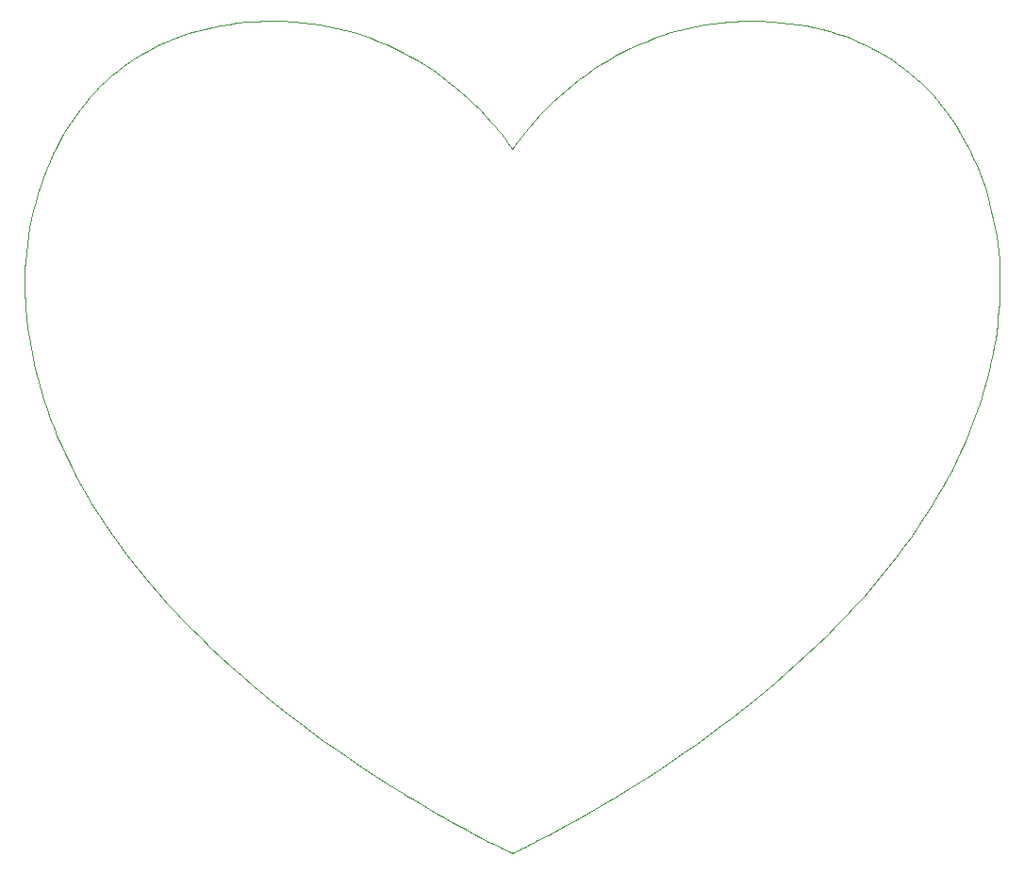
<source format=gm1>
%TF.GenerationSoftware,KiCad,Pcbnew,8.0.5*%
%TF.CreationDate,2024-09-25T11:06:08-04:00*%
%TF.ProjectId,HeartLEDTHT,48656172-744c-4454-9454-48542e6b6963,rev?*%
%TF.SameCoordinates,Original*%
%TF.FileFunction,Profile,NP*%
%FSLAX46Y46*%
G04 Gerber Fmt 4.6, Leading zero omitted, Abs format (unit mm)*
G04 Created by KiCad (PCBNEW 8.0.5) date 2024-09-25 11:06:08*
%MOMM*%
%LPD*%
G01*
G04 APERTURE LIST*
%TA.AperFunction,Profile*%
%ADD10C,0.050000*%
%TD*%
G04 APERTURE END LIST*
D10*
%TO.C,G\u002A\u002A\u002A*%
X109536419Y-101419607D02*
X109722675Y-101420038D01*
X109890052Y-101420855D01*
X110041543Y-101422137D01*
X110180141Y-101423965D01*
X110308838Y-101426418D01*
X110430628Y-101429577D01*
X110548502Y-101433522D01*
X110665455Y-101438334D01*
X110784478Y-101444091D01*
X110908564Y-101450875D01*
X111040707Y-101458764D01*
X111183898Y-101467841D01*
X111218062Y-101470062D01*
X111997104Y-101531800D01*
X112763053Y-101614449D01*
X113515860Y-101717997D01*
X114255475Y-101842429D01*
X114981848Y-101987732D01*
X115694930Y-102153891D01*
X116394673Y-102340893D01*
X117081025Y-102548723D01*
X117753939Y-102777369D01*
X118413365Y-103026815D01*
X119059253Y-103297049D01*
X119691554Y-103588056D01*
X120310218Y-103899822D01*
X120785022Y-104158384D01*
X121377913Y-104506338D01*
X121956513Y-104874600D01*
X122520681Y-105263032D01*
X123070278Y-105671498D01*
X123605165Y-106099859D01*
X124125202Y-106547980D01*
X124630250Y-107015722D01*
X125120169Y-107502949D01*
X125594821Y-108009523D01*
X126054065Y-108535307D01*
X126497763Y-109080165D01*
X126925774Y-109643958D01*
X127337959Y-110226549D01*
X127734180Y-110827802D01*
X128002112Y-111259961D01*
X128346368Y-111850231D01*
X128677499Y-112459882D01*
X128994476Y-113086565D01*
X129296267Y-113727935D01*
X129581841Y-114381646D01*
X129850168Y-115045349D01*
X130100217Y-115716699D01*
X130330957Y-116393349D01*
X130511691Y-116972785D01*
X130723702Y-117717002D01*
X130913543Y-118455587D01*
X131081723Y-119191452D01*
X131228750Y-119927505D01*
X131355131Y-120666655D01*
X131461376Y-121411814D01*
X131547993Y-122165889D01*
X131615488Y-122931791D01*
X131653679Y-123512384D01*
X131657115Y-123588764D01*
X131660140Y-123687271D01*
X131662753Y-123805170D01*
X131664956Y-123939725D01*
X131666746Y-124088202D01*
X131668125Y-124247865D01*
X131669093Y-124415980D01*
X131669648Y-124589810D01*
X131669793Y-124766621D01*
X131669525Y-124943678D01*
X131668845Y-125118245D01*
X131667754Y-125287587D01*
X131666250Y-125448970D01*
X131664335Y-125599658D01*
X131662007Y-125736916D01*
X131659267Y-125858009D01*
X131656115Y-125960202D01*
X131653733Y-126017572D01*
X131615304Y-126712145D01*
X131566847Y-127387431D01*
X131507896Y-128047098D01*
X131437986Y-128694814D01*
X131356650Y-129334244D01*
X131263422Y-129969057D01*
X131157838Y-130602919D01*
X131039430Y-131239497D01*
X130909675Y-131873372D01*
X130702729Y-132783594D01*
X130471008Y-133693395D01*
X130214603Y-134602542D01*
X129933604Y-135510801D01*
X129628101Y-136417938D01*
X129298185Y-137323720D01*
X128943944Y-138227913D01*
X128565471Y-139130284D01*
X128162854Y-140030599D01*
X127736184Y-140928624D01*
X127285552Y-141824127D01*
X126811047Y-142716872D01*
X126519439Y-143243074D01*
X125995718Y-144150778D01*
X125447320Y-145056103D01*
X124874329Y-145958958D01*
X124276827Y-146859251D01*
X123654897Y-147756892D01*
X123008623Y-148651789D01*
X122338088Y-149543850D01*
X121643374Y-150432985D01*
X120924566Y-151319103D01*
X120181746Y-152202111D01*
X119414997Y-153081920D01*
X118624402Y-153958437D01*
X117810045Y-154831572D01*
X116972009Y-155701233D01*
X116110376Y-156567329D01*
X115225230Y-157429769D01*
X114316654Y-158288461D01*
X113384731Y-159143315D01*
X112429544Y-159994239D01*
X111451176Y-160841141D01*
X110449711Y-161683932D01*
X109425232Y-162522518D01*
X108377821Y-163356810D01*
X107743123Y-163851634D01*
X106660998Y-164676948D01*
X105556304Y-165496574D01*
X104430927Y-166309320D01*
X103286754Y-167113994D01*
X102125671Y-167909403D01*
X100949565Y-168694356D01*
X99760322Y-169467659D01*
X98559829Y-170228121D01*
X97349972Y-170974549D01*
X96132638Y-171705751D01*
X94909712Y-172420534D01*
X93683082Y-173117707D01*
X92454635Y-173796076D01*
X91226255Y-174454450D01*
X89999831Y-175091637D01*
X89790308Y-175198457D01*
X89663045Y-175262879D01*
X89528811Y-175330318D01*
X89389384Y-175399913D01*
X89246542Y-175470806D01*
X89102063Y-175542138D01*
X88957724Y-175613048D01*
X88815304Y-175682678D01*
X88676581Y-175750167D01*
X88543332Y-175814657D01*
X88417335Y-175875288D01*
X88300368Y-175931200D01*
X88194209Y-175981535D01*
X88100636Y-176025432D01*
X88021426Y-176062033D01*
X87958359Y-176090478D01*
X87913210Y-176109907D01*
X87887760Y-176119461D01*
X87883292Y-176120317D01*
X87868413Y-176114882D01*
X87834596Y-176100258D01*
X87785317Y-176078021D01*
X87724051Y-176049747D01*
X87654276Y-176017013D01*
X87627019Y-176004096D01*
X87030460Y-175716966D01*
X86416948Y-175414534D01*
X85788305Y-175097801D01*
X85146353Y-174767769D01*
X84492913Y-174425437D01*
X83829809Y-174071807D01*
X83158861Y-173707879D01*
X82481892Y-173334655D01*
X81800724Y-172953136D01*
X81117179Y-172564323D01*
X80433078Y-172169216D01*
X79750245Y-171768816D01*
X79070500Y-171364125D01*
X78395666Y-170956143D01*
X78022761Y-170727947D01*
X76803394Y-169968613D01*
X75601023Y-169200029D01*
X74416062Y-168422523D01*
X73248922Y-167636423D01*
X72100018Y-166842060D01*
X70969761Y-166039761D01*
X69858566Y-165229856D01*
X68766846Y-164412673D01*
X67695012Y-163588541D01*
X66643479Y-162757790D01*
X65612660Y-161920747D01*
X64602967Y-161077743D01*
X63614813Y-160229105D01*
X62648613Y-159375163D01*
X61704778Y-158516246D01*
X60783721Y-157652682D01*
X59885857Y-156784800D01*
X59011598Y-155912930D01*
X58161356Y-155037399D01*
X57688883Y-154538179D01*
X56891683Y-153673783D01*
X56117900Y-152806308D01*
X55367614Y-151935876D01*
X54640908Y-151062611D01*
X53937863Y-150186634D01*
X53258560Y-149308068D01*
X52603079Y-148427036D01*
X51971504Y-147543661D01*
X51363914Y-146658065D01*
X50780391Y-145770371D01*
X50221017Y-144880701D01*
X49685872Y-143989178D01*
X49175038Y-143095925D01*
X48688597Y-142201065D01*
X48226629Y-141304719D01*
X47789216Y-140407011D01*
X47376440Y-139508064D01*
X46988381Y-138607999D01*
X46763907Y-138058639D01*
X46413382Y-137151480D01*
X46087686Y-136244306D01*
X45786783Y-135336958D01*
X45510636Y-134429278D01*
X45259209Y-133521107D01*
X45032465Y-132612287D01*
X44830370Y-131702659D01*
X44652885Y-130792065D01*
X44499976Y-129880346D01*
X44371606Y-128967345D01*
X44267739Y-128052903D01*
X44188338Y-127136861D01*
X44156589Y-126657856D01*
X44147029Y-126493408D01*
X44138742Y-126342707D01*
X44131641Y-126202402D01*
X44125639Y-126069140D01*
X44120647Y-125939568D01*
X44116578Y-125810334D01*
X44113344Y-125678085D01*
X44110859Y-125539468D01*
X44109034Y-125391132D01*
X44107781Y-125229722D01*
X44107014Y-125051888D01*
X44106645Y-124854276D01*
X44106581Y-124743221D01*
X44106653Y-124542804D01*
X44107023Y-124364297D01*
X44107774Y-124204746D01*
X44108990Y-124061195D01*
X44110756Y-123930690D01*
X44113154Y-123810277D01*
X44116270Y-123697001D01*
X44120186Y-123587907D01*
X44124987Y-123480041D01*
X44130757Y-123370448D01*
X44137578Y-123256174D01*
X44145536Y-123134263D01*
X44154714Y-123001762D01*
X44156858Y-122971561D01*
X44222950Y-122201284D01*
X44311252Y-121431846D01*
X44421409Y-120664439D01*
X44553069Y-119900253D01*
X44705880Y-119140479D01*
X44879488Y-118386306D01*
X45073540Y-117638926D01*
X45287683Y-116899529D01*
X45521564Y-116169305D01*
X45774831Y-115449445D01*
X46047130Y-114741139D01*
X46338109Y-114045578D01*
X46647414Y-113363952D01*
X46974693Y-112697452D01*
X47319593Y-112047268D01*
X47481002Y-111759362D01*
X47852618Y-111131193D01*
X48240450Y-110521379D01*
X48644356Y-109930063D01*
X49064193Y-109357392D01*
X49499819Y-108803508D01*
X49951090Y-108268557D01*
X50417864Y-107752682D01*
X50899999Y-107256028D01*
X51397352Y-106778739D01*
X51909780Y-106320960D01*
X52437141Y-105882835D01*
X52979291Y-105464508D01*
X53536090Y-105066124D01*
X54107393Y-104687827D01*
X54693058Y-104329761D01*
X54991189Y-104158384D01*
X55599143Y-103830374D01*
X56220773Y-103523114D01*
X56856027Y-103236615D01*
X57504858Y-102970894D01*
X58167217Y-102725962D01*
X58843052Y-102501834D01*
X59532316Y-102298524D01*
X60234959Y-102116046D01*
X60950931Y-101954414D01*
X61680183Y-101813641D01*
X62422666Y-101693742D01*
X63178330Y-101594730D01*
X63947126Y-101516619D01*
X64558150Y-101470062D01*
X64704250Y-101460707D01*
X64838625Y-101452556D01*
X64964269Y-101445530D01*
X65084174Y-101439548D01*
X65201332Y-101434530D01*
X65318737Y-101430396D01*
X65439381Y-101427067D01*
X65566257Y-101424461D01*
X65702358Y-101422499D01*
X65850677Y-101421101D01*
X66014206Y-101420186D01*
X66195938Y-101419675D01*
X66398866Y-101419487D01*
X66447920Y-101419481D01*
X66649645Y-101419583D01*
X66829397Y-101419943D01*
X66990066Y-101420640D01*
X67134543Y-101421755D01*
X67265719Y-101423367D01*
X67386485Y-101425557D01*
X67499733Y-101428405D01*
X67608353Y-101431990D01*
X67715236Y-101436393D01*
X67823273Y-101441694D01*
X67935356Y-101447973D01*
X68054374Y-101455309D01*
X68183220Y-101463784D01*
X68275526Y-101470072D01*
X69059686Y-101536369D01*
X69838567Y-101626919D01*
X70611936Y-101741628D01*
X71379555Y-101880399D01*
X72141189Y-102043137D01*
X72896602Y-102229746D01*
X73645560Y-102440132D01*
X74387825Y-102674198D01*
X75123163Y-102931850D01*
X75851337Y-103212991D01*
X76572113Y-103517527D01*
X77285254Y-103845362D01*
X77990524Y-104196401D01*
X78687688Y-104570547D01*
X79376511Y-104967706D01*
X80056756Y-105387782D01*
X80728188Y-105830680D01*
X81390571Y-106296305D01*
X82043670Y-106784560D01*
X82687249Y-107295351D01*
X82713315Y-107316679D01*
X83290428Y-107803167D01*
X83860324Y-108310823D01*
X84420040Y-108836724D01*
X84966614Y-109377951D01*
X85497082Y-109931580D01*
X86008483Y-110494691D01*
X86422096Y-110974009D01*
X86587480Y-111172775D01*
X86753807Y-111377329D01*
X86918958Y-111584875D01*
X87080814Y-111792618D01*
X87237256Y-111997764D01*
X87386165Y-112197517D01*
X87525422Y-112389084D01*
X87652908Y-112569668D01*
X87766504Y-112736476D01*
X87819726Y-112817374D01*
X87847561Y-112859305D01*
X87870411Y-112891918D01*
X87884956Y-112910559D01*
X87888106Y-112913188D01*
X87897134Y-112903465D01*
X87916163Y-112877398D01*
X87941870Y-112839639D01*
X87956486Y-112817374D01*
X88061965Y-112658894D01*
X88182443Y-112485173D01*
X88315802Y-112299008D01*
X88459922Y-112103192D01*
X88612685Y-111900521D01*
X88771971Y-111693789D01*
X88935661Y-111485791D01*
X89101637Y-111279322D01*
X89267779Y-111077177D01*
X89354116Y-110974009D01*
X89868036Y-110381324D01*
X90399806Y-109802033D01*
X90948397Y-109236937D01*
X91512785Y-108686836D01*
X92091942Y-108152532D01*
X92684842Y-107634826D01*
X93290460Y-107134519D01*
X93907767Y-106652413D01*
X94535739Y-106189309D01*
X95173348Y-105746008D01*
X95819569Y-105323311D01*
X96473375Y-104922019D01*
X97133739Y-104542934D01*
X97799636Y-104186857D01*
X98470038Y-103854589D01*
X98480764Y-103849486D01*
X99203887Y-103518610D01*
X99929897Y-103212348D01*
X100659284Y-102930564D01*
X101392538Y-102673123D01*
X102130148Y-102439889D01*
X102872605Y-102230727D01*
X103620397Y-102045500D01*
X104374016Y-101884074D01*
X105133950Y-101746313D01*
X105900690Y-101632081D01*
X106674726Y-101541243D01*
X106897699Y-101519529D01*
X107094110Y-101501665D01*
X107276894Y-101485974D01*
X107449226Y-101472327D01*
X107614278Y-101460592D01*
X107775225Y-101450639D01*
X107935239Y-101442337D01*
X108097495Y-101435556D01*
X108265165Y-101430165D01*
X108441423Y-101426033D01*
X108629442Y-101423030D01*
X108832396Y-101421024D01*
X109053458Y-101419887D01*
X109295801Y-101419486D01*
X109328292Y-101419481D01*
X109536419Y-101419607D01*
%TD*%
M02*

</source>
